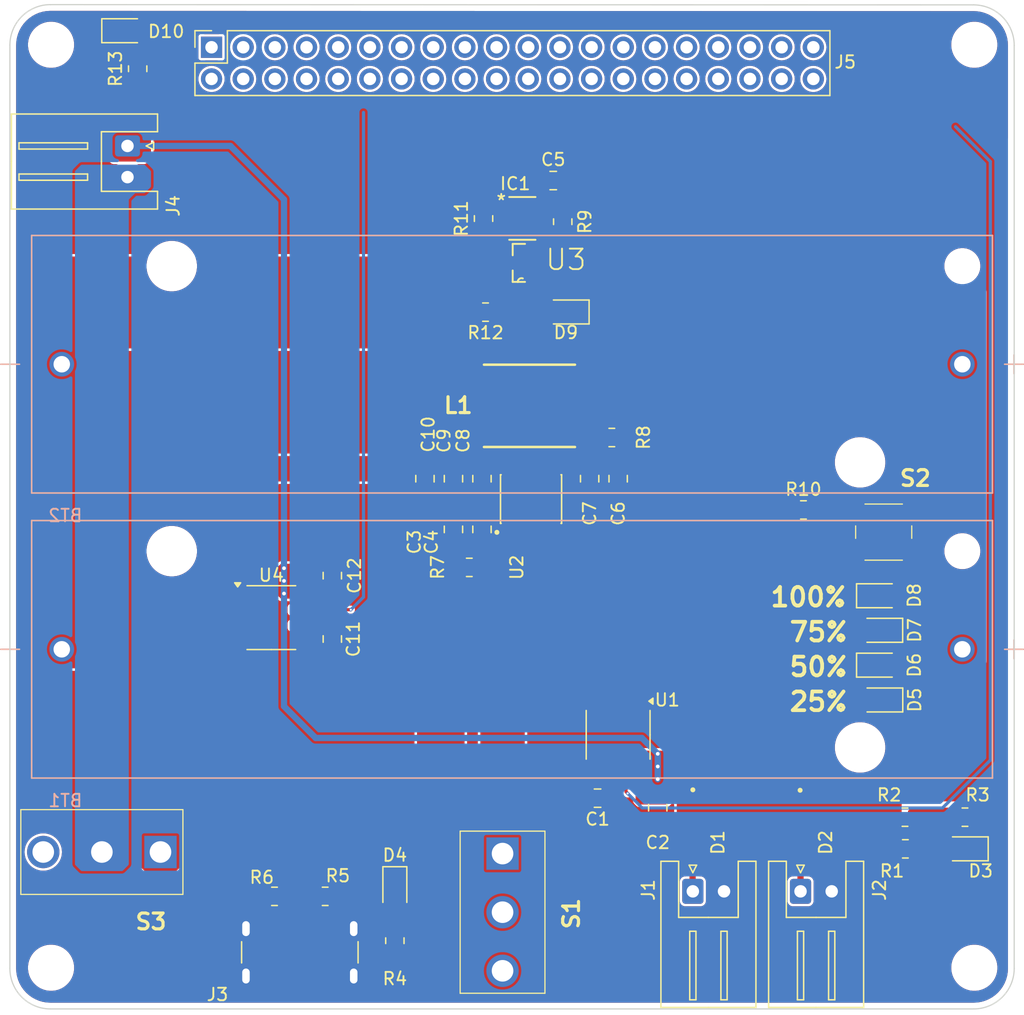
<source format=kicad_pcb>
(kicad_pcb (version 20240108) (generator "pcbnew") (generator_version "8.0")
  (layers (0 "F.Cu" signal) (31 "B.Cu" signal) (34 "B.Paste" user) (35 "F.Paste" user) (36 "B.SilkS" user "B.Silkscreen") (37 "F.SilkS" user "F.Silkscreen") (38 "B.Mask" user) (39 "F.Mask" user) (44 "Edge.Cuts" user))
  (net 0 "")
  (net 1 "GND")
  (net 2 "Net-(IC1-VDD)")
  (net 3 "Net-(IC1-V-)")
  (net 5 "Net-(C3-Pad1)")
  (net 6 "/VOUT")
  (net 7 "Net-(D4-A)")
  (net 8 "Net-(J2-Pin_1)")
  (net 9 "Net-(J1-Pin_1)")
  (net 10 "/VIN")
  (net 11 "+5V")
  (net 12 "Net-(U1-FILTER)")
  (net 13 "Net-(U4-FILTER)")
  (net 14 "Net-(D9-A)")
  (net 15 "Net-(D10-A)")
  (net 16 "Net-(J3-CC1)")
  (net 17 "Net-(J3-CC2)")
  (net 18 "/ANA2")
  (net 19 "Net-(S3-NC)")
  (net 21 "/ANA1")
  (net 22 "/ANA3")
  (net 23 "Net-(U3-D)")
  (net 24 "Net-(C6-Pad1)")
  (net 25 "Net-(D1-PadC)")
  (net 26 "Net-(D3-A)")
  (net 27 "Net-(D5-K)")
  (net 28 "Net-(D5-A)")
  (net 29 "Net-(D7-A)")
  (net 30 "Net-(S1-NO)")
  (net 31 "Net-(U2-SW)")
  (net 32 "Net-(R10-Pad2)")
  (net 33 "Net-(U2-KEY)")
  (net 34 "Net-(S1-NC)")
  (net 37 "+BATT")
  (net 78 "Net-(J4-Pin_2)")
  (net 79 "Net-(IC1-S2)")
  (footprint "Capacitor_SMD:C_0805_2012Metric_Pad1.18x1.45mm_HandSolder" (layer "F.Cu") (at 93.662606 59.857982)
    (property "Reference" "C5")
    (property "Value" "0.1uF" (hide yes))
  )
  (footprint "Capacitor_SMD:C_0805_2012Metric_Pad1.18x1.45mm_HandSolder" (layer "F.Cu") (at 96.583606 83.767982 -90)
    (property "Reference" "C7")
    (property "Value" "22u" (hide yes))
  )
  (footprint "Capacitor_SMD:C_0805_2012Metric_Pad1.18x1.45mm_HandSolder" (layer "F.Cu") (at 75.947606 96.622982 -90)
    (property "Reference" "C11")
    (property "Value" "1n" (hide yes))
  )
  (footprint "Resistor_SMD:R_0805_2012Metric_Pad1.20x1.40mm_HandSolder" (layer "F.Cu") (at 88.074606 62.905982 -90)
    (property "Reference" "R11")
    (property "Value" "1kΩ" (hide yes))
  )
  (footprint "Connector_JST:JST_XH_S2B-XH-A_1x02_P2.50mm_Horizontal" (layer "F.Cu") (at 113.494606 116.859982)
    (property "Reference" "J2")
    (property "Value" "Solar_Panel_2" (hide yes))
  )
  (footprint "Capacitor_SMD:C_0805_2012Metric_Pad1.18x1.45mm_HandSolder" (layer "F.Cu") (at 97.218606 109.387982 180)
    (property "Reference" "C1")
    (property "Value" "1n" (hide yes))
  )
  (footprint "LED_SMD:LED_0805_2012Metric_Pad1.15x1.40mm_HandSolder" (layer "F.Cu") (at 126.682606 113.451982 180)
    (property "Reference" "D3")
    (property "Value" "LED" (hide yes))
  )
  (footprint "LED_SMD:LED_0805_2012Metric_Pad1.15x1.40mm_HandSolder" (layer "F.Cu") (at 119.847106 93.154482)
    (property "Reference" "D8")
    (property "Value" "100% Green" (hide yes))
  )
  (footprint "Resistor_SMD:R_0805_2012Metric_Pad1.20x1.40mm_HandSolder" (layer "F.Cu") (at 75.374606 117.261982)
    (property "Reference" "R5")
    (property "Value" "5k1" (hide yes))
  )
  (footprint "Resistor_SMD:R_0805_2012Metric_Pad1.20x1.40mm_HandSolder" (layer "F.Cu") (at 80.962606 120.817982 90)
    (property "Reference" "R4")
    (property "Value" "1k5" (hide yes))
  )
  (footprint "SPDT Switch:SS12D10L3" (layer "F.Cu") (at 89.598606 113.831982 -90)
    (property "Reference" "S1")
    (property "Value" "USB-Solar Toggle" (hide yes))
  )
  (footprint "IRLML6344TRPBF:SOT95P240X112-3N" (layer "F.Cu") (at 91.122606 66.461982 180)
    (property "Reference" "U3")
    (property "Value" "IRLML6344TRPBF" (hide yes))
  )
  (footprint "LED_SMD:LED_0805_2012Metric_Pad1.15x1.40mm_HandSolder" (layer "F.Cu") (at 119.824606 95.925982 180)
    (property "Reference" "D7")
    (property "Value" "75% Red" (hide yes))
  )
  (footprint "Package_SO:SOIC-8_3.9x4.9mm_P1.27mm" (layer "F.Cu") (at 98.866606 104.307982 -90)
    (property "Reference" "U1")
    (property "Value" "ACS712xLCTR-05B" (hide yes))
  )
  (footprint "Capacitor_SMD:C_0805_2012Metric_Pad1.18x1.45mm_HandSolder" (layer "F.Cu") (at 87.947606 83.767982 -90)
    (property "Reference" "C8")
    (property "Value" "22u" (hide yes))
  )
  (footprint "Capacitor_SMD:C_0805_2012Metric_Pad1.18x1.45mm_HandSolder" (layer "F.Cu") (at 85.661606 87.831982 90)
    (property "Reference" "C3")
    (property "Value" "10u" (hide yes))
  )
  (footprint "SPDT Switch:SS12D10L3" (layer "F.Cu") (at 62.166606 113.705982 180)
    (property "Reference" "S3")
    (property "Value" "Power Switch" (hide yes))
  )
  (footprint "Connector_JST:JST_XH_S2B-XH-A_1x02_P2.50mm_Horizontal" (layer "F.Cu") (at 59.520606 57.083982 -90)
    (property "Reference" "J4")
    (property "Value" "Release Detection" (hide yes))
  )
  (footprint "Capacitor_SMD:C_0805_2012Metric_Pad1.18x1.45mm_HandSolder" (layer "F.Cu") (at 98.869606 83.767982 -90)
    (property "Reference" "C6")
    (property "Value" "22u" (hide yes))
  )
  (footprint "Connector_USB:USB_C_Receptacle_GCT_USB4125-xx-x_6P_TopMnt_Horizontal" (layer "F.Cu") (at 73.342606 122.849982)
    (property "Reference" "J3")
    (property "Value" "USBPwrIn" (hide yes))
  )
  (footprint "LED_SMD:LED_0805_2012Metric_Pad1.15x1.40mm_HandSolder" (layer "F.Cu") (at 94.678606 70.398982 180)
    (property "Reference" "D9")
    (property "Value" "Yellow LED" (hide yes))
  )
  (footprint "IP5306:SOIC9P127_490X600X170L84X42T330X241N" (layer "F.Cu") (at 91.884606 85.401982 90)
    (property "Reference" "U2")
    (property "Value" "IP5306" (hide yes))
  )
  (footprint "Resistor_SMD:R_0805_2012Metric_Pad1.20x1.40mm_HandSolder" (layer "F.Cu") (at 121.872606 110.911982)
    (property "Reference" "R2")
    (property "Value" "7k5" (hide yes))
  )
  (footprint "Capacitor_SMD:C_0805_2012Metric_Pad1.18x1.45mm_HandSolder" (layer "F.Cu") (at 102.044606 110.149982 -90)
    (property "Reference" "C2")
    (property "Value" "0.1u" (hide yes))
  )
  (footprint "LED_SMD:LED_0805_2012Metric_Pad1.15x1.40mm_HandSolder" (layer "F.Cu") (at 119.847106 98.719982)
    (property "Reference" "D6")
    (property "Value" "50% Red" (hide yes))
  )
  (footprint "Capacitor_SMD:C_0805_2012Metric_Pad1.18x1.45mm_HandSolder" (layer "F.Cu") (at 75.947606 91.542982 90)
    (property "Reference" "C12")
    (property "Value" "0.1u" (hide yes))
  )
  (footprint "DFLS130L-7:DIO_DFLS130L-7" (layer "F.Cu") (at 104.838606 111.418982 -90)
    (property "Reference" "D1")
    (property "Value" "DFLS130L-7" (hide yes))
  )
  (footprint "Resistor_SMD:R_0805_2012Metric_Pad1.20x1.40mm_HandSolder" (layer "F.Cu") (at 98.361606 80.465982)
    (property "Reference" "R8")
    (property "Value" "0R5" (hide yes))
  )
  (footprint "Connector_JST:JST_XH_S2B-XH-A_1x02_P2.50mm_Horizontal" (layer "F.Cu") (at 104.858606 116.859982)
    (property "Reference" "J1")
    (property "Value" "Solar_Panel_1" (hide yes))
  )
  (footprint "MountingHole:MountingHole_3.2mm_M3" (layer "F.Cu") (at 127.431824 48.970295)
    (property "Reference" "H4" (hide yes))
    (property "Value" "MountingHole" (hide yes))
  )
  (footprint "LED_SMD:LED_0805_2012Metric_Pad1.15x1.40mm_HandSolder" (layer "F.Cu") (at 119.833606 101.513982 180)
    (property "Reference" "D5")
    (property "Value" "25% Red" (hide yes))
  )
  (footprint "LED_SMD:LED_0805_2012Metric_Pad1.15x1.40mm_HandSolder" (layer "F.Cu") (at 59.321806 47.843782)
    (property "Reference" "D10")
    (property "Value" "LED" (hide yes))
  )
  (footprint "Capacitor_SMD:C_0805_2012Metric_Pad1.18x1.45mm_HandSolder" (layer "F.Cu") (at 83.375606 83.767982 -90)
    (property "Reference" "C10")
    (property "Value" "22u" (hide yes))
  )
  (footprint "DW06D:DW06D_SFE" (layer "F.Cu") (at 91.186 62.894)
    (property "Reference" "IC1")
    (property "Value" "DW06D" (hide yes))
  )
  (footprint "Resistor_SMD:R_0805_2012Metric_Pad1.20x1.40mm_HandSolder" (layer "F.Cu") (at 94.424606 63.159982 90)
    (property "Reference" "R9")
    (property "Value" "100Ω" (hide yes))
  )
  (footprint "Resistor_SMD:R_0805_2012Metric_Pad1.20x1.40mm_HandSolder" (layer "F.Cu") (at 86.931606 90.879982 180)
    (property "Reference" "R7")
    (property "Value" "2R" (hide yes))
  )
  (footprint "MountingHole:MountingHole_3.2mm_M3" (layer "F.Cu") (at 53.392 122.988)
    (property "Reference" "H1" (hide yes))
    (property "Value" "MountingHole" (hide yes))
  )
  (footprint "Resistor_SMD:R_0805_2012Metric_Pad1.20x1.40mm_HandSolder" (layer "F.Cu") (at 113.728606 86.273982)
    (property "Reference" "R10")
    (property "Value" "10k" (hide yes))
  )
  (footprint "Resistor_SMD:R_0805_2012Metric_Pad1.20x1.40mm_HandSolder" (layer "F.Cu") (at 88.233 70.411 180)
    (property "Reference" "R12")
    (property "Value" "100Ω" (hide yes))
  )
  (footprint "Package_SO:SOIC-8_3.9x4.9mm_P1.27mm" (layer "F.Cu") (at 71.056606 94.909982)
    (property "Reference" "U4")
    (property "Value" "ACS712xLCTR-05B" (hide yes))
  )
  (footprint "Capacitor_SMD:C_0805_2012Metric_Pad1.18x1.45mm_HandSolder" (layer "F.Cu") (at 87.947606 87.831982 90)
    (property "Reference" "C4")
    (property "Value" "10u" (hide yes))
  )
  (footprint "Push_Button:PTS647SM50SMTR2LFS" (layer "F.Cu") (at 120.163606 88.051982)
    (property "Reference" "S2")
    (property "Value" "Push-Button" (hide yes))
  )
  (footprint "MountingHole:MountingHole_3.2mm_M3" (layer "F.Cu") (at 127.431824 122.988)
    (property "Reference" "H2" (hide yes))
    (property "Value" "MountingHole" (hide yes))
  )
  (footprint "Resistor_SMD:R_0805_2012Metric_Pad1.20x1.40mm_HandSolder" (layer "F.Cu") (at 121.901606 113.451982)
    (property "Reference" "R1")
    (property "Value" "1k5" (hide yes))
  )
  (footprint "Resistor_SMD:R_0805_2012Metric_Pad1.20x1.40mm_HandSolder" (layer "F.Cu") (at 71.310606 117.261982 180)
    (property "Reference" "R6")
    (property "Value" "5k1" (hide yes))
  )
  (footprint "LED_SMD:LED_0805_2012Metric_Pad1.15x1.40mm_HandSolder" (layer "F.Cu") (at 80.962606 116.744982 -90)
    (property "Reference" "D4")
    (property "Value" "LED" (hide yes))
  )
  (footprint "Resistor_SMD:R_0805_2012Metric_Pad1.20x1.40mm_HandSolder" (layer "F.Cu") (at 126.682606 110.911982)
    (property "Reference" "R3")
    (property "Value" "30k" (hide yes))
  )
  (footprint "Capacitor_SMD:C_0805_2012Metric_Pad1.18x1.45mm_HandSolder" (layer "F.Cu") (at 85.661606 83.767982 -90)
    (property "Reference" "C9")
    (property "Value" "22u" (hide yes))
  )
  (footprint "MCS0630-100MN1:INDPM7366X300N" (layer "F.Cu") (at 91.757606 77.925982)
    (property "Reference" "L1")
    (property "Value" "1uH" (hide yes))
  )
  (footprint "DFLS130L-7:DIO_DFLS130L-7" (layer "F.Cu") (at 113.441106 111.453482 -90)
    (property "Reference" "D2")
    (property "Value" "DFLS130L-7" (hide yes))
  )
  (footprint "Resistor_SMD:R_0805_2012Metric_Pad1.20x1.40mm_HandSolder" (layer "F.Cu") (at 60.337806 50.891782 90)
    (property "Reference" "R13")
    (property "Value" "1k5" (hide yes))
  )
  (footprint "Connector_PinSocket_2.54mm:PinSocket_2x20_P2.54mm_Vertical" (layer "F.Cu") (at 66.260606 49.169982 90)
    (property "Reference" "J5")
    (property "Value" "Conn_02x20_Odd_Even" (hide yes))
  )
  (footprint "MountingHole:MountingHole_3.2mm_M3" (layer "F.Cu") (at 53.392 48.970295)
    (property "Reference" "H3" (hide yes))
    (property "Value" "MountingHole" (hide yes))
  )
  (footprint "1043:BAT_1043" (layer "B.Cu") (at 90.360606 74.589982)
    (property "Reference" "BT2")
    (property "Value" "1043")
  )
  (footprint "1043:BAT_1043" (layer "B.Cu") (at 90.360606 97.449982)
    (property "Reference" "BT1")
    (property "Value" "1043")
  )
  (gr_line (start 127.379824 126.289705) (end 53.34 126.29) (stroke (width 0.1)) (layer "Edge.Cuts"))
  (gr_arc (start 50.091388 49.000258) (mid 51.043292 46.702162) (end 53.341388 45.750258) (stroke (width 0.1)) (layer "Edge.Cuts"))
  (gr_arc (start 130.629824 123.039705) (mid 129.677923 125.337803) (end 127.379824 126.289705) (stroke (width 0.1)) (layer "Edge.Cuts"))
  (gr_line (start 130.629824 49.022) (end 130.629824 123.039705) (stroke (width 0.1)) (layer "Edge.Cuts"))
  (gr_arc (start 53.34 126.29) (mid 51.041904 125.338097) (end 50.09 123.04) (stroke (width 0.1)) (layer "Edge.Cuts"))
  (gr_arc (start 127.379824 45.772) (mid 129.677921 46.723911) (end 130.629824 49.022) (stroke (width 0.1)) (layer "Edge.Cuts"))
  (gr_line (start 53.341388 45.750258) (end 127.379824 45.772) (stroke (width 0.1)) (layer "Edge.Cuts"))
  (gr_line (start 50.091388 49.000258) (end 50.09 123.04) (stroke (width 0.1)) (layer "Edge.Cuts"))
  (gr_text "25%" (at 112.458606 102.529982 0) (layer "F.SilkS") (effects (font (size 1.5 1.5) (thickness 0.3) (bold yes)) (justify left bottom)))
  (gr_text "75%" (at 112.458606 96.941982 0) (layer "F.SilkS") (effects (font (size 1.5 1.5) (thickness 0.3) (bold yes)) (justify left bottom)))
  (gr_text "50%" (at 112.458606 99.735982 0) (layer "F.SilkS") (effects (font (size 1.5 1.5) (thickness 0.3) (bold yes)) (justify left bottom)))
  (gr_text "100%" (at 110.934606 94.147982 0) (layer "F.SilkS") (effects (font (size 1.5 1.5) (thickness 0.3) (bold yes)) (justify left bottom)))
  (segment (start 94.424606 62.159982) (end 94.424606 62.702782) (width 0.25) (layer "F.Cu") (net 2))
  (segment (start 94.700106 59.857982) (end 94.700106 61.884482) (width 0.25) (layer "F.Cu") (net 2))
  (segment (start 94.209424 62.894) (end 92.58935 62.894) (width 0.25) (layer "F.Cu") (net 2))
  (segment (start 94.424606 62.702782) (end 94.221406 62.905982) (width 0.25) (layer "F.Cu") (net 2))
  (segment (start 94.221406 62.905982) (end 94.209424 62.894) (width 0.25) (layer "F.Cu") (net 2))
  (segment (start 94.700106 61.884482) (end 94.424606 62.159982) (width 0.25) (layer "F.Cu") (net 2))
  (segment (start 88.112623 61.943999) (end 88.074606 61.905982) (width 0.25) (layer "F.Cu") (net 3))
  (segment (start 89.78265 61.943999) (end 88.112623 61.943999) (width 0.25) (layer "F.Cu") (net 3))
  (segment (start 85.661606 88.869482) (end 85.661606 90.609982) (width 0.25) (layer "F.Cu") (net 5))
  (segment (start 85.661606 90.609982) (end 85.931606 90.879982) (width 0.25) (layer "F.Cu") (net 5))
  (segment (start 80.962606 117.769982) (end 80.962606 119.817982) (width 0.25) (layer "F.Cu") (net 7))
  (segment (start 113.494606 116.859982) (end 113.494606 113.031982) (width 0.5) (layer "F.Cu") (net 8))
  (segment (start 113.494606 113.031982) (end 113.441106 112.978482) (width 0.5) (layer "F.Cu") (net 8))
  (segment (start 104.838606 112.943982) (end 104.838606 116.839982) (width 0.5) (layer "F.Cu") (net 9))
  (segment (start 104.838606 116.839982) (end 104.858606 116.859982) (width 0.5) (layer "F.Cu") (net 9))
  (via (at 102.044606 107.863982) (size 0.5) (drill 0.3) (layers "F.Cu" "B.Cu") (net 11))
  (via (at 72.072606 91.963582) (size 0.5) (drill 0.3) (layers "F.Cu" "B.Cu") (net 11))
  (via (at 72.072606 90.947582) (size 0.5) (drill 0.3) (layers "F.Cu" "B.Cu") (net 11))
  (via (at 72.072606 92.979582) (size 0.5) (drill 0.3) (layers "F.Cu" "B.Cu") (net 11))
  (via (at 102.044606 105.831982) (size 0.5) (drill 0.3) (layers "F.Cu" "B.Cu") (net 11))
  (via (at 102.044606 106.847982) (size 0.5) (drill 0.3) (layers "F.Cu" "B.Cu") (net 11))
  (segment (start 102.044606 106.847982) (end 102.044606 105.831982) (width 0.5) (layer "B.Cu") (net 11))
  (segment (start 72.072606 90.947582) (end 72.072606 61.381982) (width 0.5) (layer "B.Cu") (net 11))
  (segment (start 72.072606 92.979582) (end 72.072606 102.021982) (width 0.5) (layer "B.Cu") (net 11))
  (segment (start 100.774606 104.561982) (end 102.044606 105.831982) (width 0.5) (layer "B.Cu") (net 11))
  (segment (start 72.072606 102.021982) (end 74.612606 104.561982) (width 0.5) (layer "B.Cu") (net 11))
  (segment (start 72.072606 61.381982) (end 67.774606 57.083982) (width 0.5) (layer "B.Cu") (net 11))
  (segment (start 102.044606 107.863982) (end 102.044606 106.847982) (width 0.5) (layer "B.Cu") (net 11))
  (segment (start 67.774606 57.083982) (end 59.520606 57.083982) (width 0.5) (layer "B.Cu") (net 11))
  (segment (start 72.072606 92.979582) (end 72.072606 91.963582) (width 0.5) (layer "B.Cu") (net 11))
  (segment (start 74.612606 104.561982) (end 100.774606 104.561982) (width 0.5) (layer "B.Cu") (net 11))
  (segment (start 72.072606 91.963582) (end 72.072606 90.947582) (width 0.5) (layer "B.Cu") (net 11))
  (segment (start 98.231606 109.363482) (end 98.256106 109.387982) (width 0.25) (layer "F.Cu") (net 12))
  (segment (start 98.231606 106.782982) (end 98.231606 109.363482) (width 0.25) (layer "F.Cu") (net 12))
  (segment (start 73.531606 95.544982) (end 75.907106 95.544982) (width 0.25) (layer "F.Cu") (net 13))
  (segment (start 75.907106 95.544982) (end 75.947606 95.585482) (width 0.25) (layer "F.Cu") (net 13))
  (segment (start 93.641588 70.411) (end 93.653606 70.398982) (width 0.25) (layer "F.Cu") (net 14))
  (segment (start 89.233 70.411) (end 93.641588 70.411) (width 0.25) (layer "F.Cu") (net 14))
  (segment (start 60.337806 49.891782) (end 60.337806 47.852782) (width 0.25) (layer "F.Cu") (net 15))
  (segment (start 60.337806 47.852782) (end 60.346806 47.843782) (width 0.25) (layer "F.Cu") (net 15))
  (segment (start 72.842606 117.793982) (end 72.310606 117.261982) (width 0.25) (layer "F.Cu") (net 16))
  (segment (start 72.842606 119.769982) (end 72.842606 117.793982) (width 0.25) (layer "F.Cu") (net 16))
  (segment (start 73.842606 119.769982) (end 73.842606 117.793982) (width 0.25) (layer "F.Cu") (net 17))
  (segment (start 73.842606 117.793982) (end 74.374606 117.261982) (width 0.25) (layer "F.Cu") (net 17))
  (segment (start 129.879824 106.714764) (end 129.879824 56.9592) (width 0.25) (layer "F.Cu") (net 18))
  (segment (start 129.879824 56.9592) (end 125.920606 52.999982) (width 0.25) (layer "F.Cu") (net 18))
  (segment (start 125.682606 110.911982) (end 129.879824 106.714764) (width 0.25) (layer "F.Cu") (net 18))
  (segment (start 99.501606 108.876982) (end 99.631606 109.006982) (width 0.25) (layer "F.Cu") (net 21))
  (segment (start 99.501606 106.782982) (end 99.501606 108.876982) (width 0.25) (layer "F.Cu") (net 21))
  (via (at 99.631606 109.006982) (size 0.25) (drill 0.15) (layers "F.Cu" "B.Cu") (net 21))
  (segment (start 128.714606 58.333982) (end 125.920606 55.539982) (width 0.25) (layer "B.Cu") (net 21))
  (segment (start 100.800006 110.175382) (end 101.257206 110.175382) (width 0.25) (layer "B.Cu") (net 21))
  (segment (start 101.257206 110.175382) (end 124.879206 110.175382) (width 0.25) (layer "B.Cu") (net 21))
  (segment (start 99.631606 109.006982) (end 100.800006 110.175382) (width 0.25) (layer "B.Cu") (net 21))
  (segment (start 124.879206 110.175382) (end 128.714606 106.339982) (width 0.25) (layer "B.Cu") (net 21))
  (segment (start 128.714606 106.339982) (end 128.714606 58.333982) (width 0.25) (layer "B.Cu") (net 21))
  (segment (start 73.531606 94.274982) (end 77.432006 94.274982) (width 0.25) (layer "F.Cu") (net 22))
  (via (at 77.432006 94.274982) (size 0.25) (drill 0.15) (layers "F.Cu" "B.Cu") (net 22))
  (segment (start 78.448006 93.258982) (end 78.448006 54.396982) (width 0.25) (layer "B.Cu") (net 22))
  (segment (start 77.432006 94.274982) (end 78.448006 93.258982) (width 0.25) (layer "B.Cu") (net 22))
  (segment (start 99.361606 82.238482) (end 99.361606 80.465982) (width 0.25) (layer "F.Cu") (net 24))
  (segment (start 98.869606 82.730482) (end 99.361606 82.238482) (width 0.25) (layer "F.Cu") (net 24))
  (segment (start 122.901606 113.451982) (end 125.657606 113.451982) (width 0.5) (layer "F.Cu") (net 26))
  (segment (start 120.872106 91.893482) (end 120.872106 93.154482) (width 0.25) (layer "F.Cu") (net 27))
  (segment (start 120.872106 98.719982) (end 120.872106 101.500482) (width 0.25) (layer "F.Cu") (net 27))
  (segment (start 120.849606 98.697482) (end 120.872106 98.719982) (width 0.25) (layer "F.Cu") (net 27))
  (segment (start 120.872106 101.500482) (end 120.858606 101.513982) (width 0.25) (layer "F.Cu") (net 27))
  (segment (start 96.202606 91.353982) (end 120.332606 91.353982) (width 0.25) (layer "F.Cu") (net 27))
  (segment (start 120.332606 91.353982) (end 120.872106 91.893482) (width 0.25) (layer "F.Cu") (net 27))
  (segment (start 120.872106 95.903482) (end 120.849606 95.925982) (width 0.25) (layer "F.Cu") (net 27))
  (segment (start 93.789606 87.831982) (end 93.789606 88.940982) (width 0.25) (layer "F.Cu") (net 27))
  (segment (start 120.872106 93.154482) (end 120.872106 95.903482) (width 0.25) (layer "F.Cu") (net 27))
  (segment (start 120.849606 95.925982) (end 120.849606 98.697482) (width 0.25) (layer "F.Cu") (net 27))
  (segment (start 93.789606 88.940982) (end 96.202606 91.353982) (width 0.25) (layer "F.Cu") (net 27))
  (segment (start 118.808606 98.733482) (end 118.822106 98.719982) (width 0.25) (layer "F.Cu") (net 28))
  (segment (start 118.554606 97.449982) (end 118.822106 97.717482) (width 0.25) (layer "F.Cu") (net 28))
  (segment (start 118.808606 101.513982) (end 118.808606 98.733482) (width 0.25) (layer "F.Cu") (net 28))
  (segment (start 99.995107 97.449982) (end 118.554606 97.449982) (width 0.25) (layer "F.Cu") (net 28))
  (segment (start 118.822106 97.717482) (end 118.822106 98.719982) (width 0.25) (layer "F.Cu") (net 28))
  (segment (start 91.249606 88.704481) (end 99.995107 97.449982) (width 0.25) (layer "F.Cu") (net 28))
  (segment (start 91.249606 87.941982) (end 91.249606 88.704481) (width 0.25) (layer "F.Cu") (net 28))
  (segment (start 118.554606 92.115982) (end 118.822106 92.383482) (width 0.25) (layer "F.Cu") (net 29))
  (segment (start 92.519606 87.831982) (end 92.519606 88.856981) (width 0.25) (layer "F.Cu") (net 29))
  (segment (start 92.519606 88.856981) (end 95.778607 92.115982) (width 0.25) (layer "F.Cu") (net 29))
  (segment (start 118.822106 95.903482) (end 118.799606 95.925982) (width 0.25) (layer "F.Cu") (net 29))
  (segment (start 118.822106 93.154482) (end 118.822106 95.903482) (width 0.25) (layer "F.Cu") (net 29))
  (segment (start 118.822106 92.383482) (end 118.822106 93.154482) (width 0.25) (layer "F.Cu") (net 29))
  (segment (start 95.778607 92.115982) (end 118.554606 92.115982) (width 0.25) (layer "F.Cu") (net 29))
  (segment (start 117.360606 86.273982) (end 117.538606 86.451982) (width 0.25) (layer "F.Cu") (net 32))
  (segment (start 114.728606 86.273982) (end 117.360606 86.273982) (width 0.25) (layer "F.Cu") (net 32))
  (segment (start 94.170606 83.352982) (end 94.170606 84.749982) (width 0.25) (layer "F.Cu") (net 33))
  (segment (start 94.170606 84.749982) (end 95.694606 86.273982) (width 0.25) (layer "F.Cu") (net 33))
  (segment (start 93.789606 82.971982) (end 93.789606 83.352982) (width 0.25) (layer "F.Cu") (net 33))
  (segment (start 95.694606 86.273982) (end 112.728606 86.273982) (width 0.25) (layer "F.Cu") (net 33))
  (segment (start 93.789606 82.971982) (end 94.170606 83.352982) (width 0.25) (layer "F.Cu") (net 33))
  (segment (start 90.5089 63.844001) (end 91.122606 63.230295) (width 0.25) (layer "F.Cu") (net 79))
  (segment (start 89.78265 64.842626) (end 90.462206 65.522182) (width 0.25) (layer "F.Cu") (net 79))
  (segment (start 91.833806 61.940782) (end 91.837023 61.943999) (width 0.25) (layer "F.Cu") (net 79))
  (segment (start 92.625106 59.857982) (end 92.625106 61.908243) (width 0.25) (layer "F.Cu") (net 79))
  (segment (start 90.462206 65.522182) (end 92.214806 65.522182) (width 0.25) (layer "F.Cu") (net 79))
  (segment (start 91.122606 62.397982) (end 91.579806 61.940782) (width 0.25) (layer "F.Cu") (net 79))
  (segment (start 91.122606 63.230295) (end 91.122606 62.397982) (width 0.25) (layer "F.Cu") (net 79))
  (segment (start 89.78265 63.844001) (end 89.78265 64.842626) (width 0.25) (layer "F.Cu") (net 79))
  (segment (start 92.625106 61.908243) (end 92.58935 61.943999) (width 0.25) (layer "F.Cu") (net 79))
  (segment (start 91.837023 61.943999) (end 92.58935 61.943999) (width 0.25) (layer "F.Cu") (net 79))
  (segment (start 89.78265 63.844001) (end 90.5089 63.844001) (width 0.25) (layer "F.Cu") (net 79))
  (segment (start 91.579806 61.940782) (end 91.833806 61.940782) (width 0.25) (layer "F.Cu") (net 79))
  (zone (net 11) (net_name "+5V") (layer "F.Cu") (priority 13) (connect_pads yes (clearance 0.15)) (min_thickness 0.25) (fill yes (thermal_gap 0.5) (thermal_bridge_width 0.5))
    (polygon (pts (xy 76.644606 91.861982) (xy 76.898606 92.115982) (xy 76.898606 93.131982) (xy 76.644606 93.385982) (xy 71.818606 93.385982) (xy 71.564606 93.131982) (xy 71.564606 90.845982) (xy 71.818606 90.591982) (xy 74.358606 90.591982) (xy 74.612606 90.845982) (xy 74.612606 91.607982) (xy 74.866606 91.861982)))
  )
  (zone (net 30) (net_name "Net-(S1-NO)") (layer "F.Cu") (priority 3) (connect_pads yes (clearance 0.15)) (min_thickness 0.25) (fill yes (thermal_gap 0.5) (thermal_bridge_width 0.5))
    (polygon (pts (xy 91.122606 121.071982) (xy 91.376606 121.325982) (xy 91.376606 124.881982) (xy 91.122606 125.135982) (xy 80.200606 125.135982) (xy 79.946606 124.881982) (xy 79.946606 122.595982) (xy 79.692606 122.341982) (xy 71.564606 122.341982) (xy 71.310606 122.087982) (xy 71.310606 119.293982) (xy 71.564606 119.039982) (xy 72.072606 119.039982) (xy 72.326606 119.293982) (xy 72.326606 120.817982) (xy 72.580606 121.071982) (xy 74.104606 121.071982) (xy 74.358606 120.817982) (xy 74.358606 119.293982) (xy 74.612606 119.039982) (xy 75.120606 119.039982) (xy 75.374606 119.293982) (xy 75.374606 120.817982) (xy 75.628606 121.071982) (xy 80.200606 121.071982)))
  )
  (zone (net 11) (net_name "+5V") (layer "F.Cu") (priority 12) (connect_pads yes (clearance 0.15)) (min_thickness 0.25) (fill yes (thermal_gap 0.5) (thermal_bridge_width 0.5))
    (polygon (pts (xy 60.896606 58.333982) (xy 61.404606 57.825982) (xy 61.404606 52.745982) (xy 61.912606 52.237982) (xy 63.944606 52.237982) (xy 64.452606 51.729982) (xy 64.452606 50.967982) (xy 64.986006 50.459982) (xy 69.532606 50.459982) (xy 70.040606 49.951982) (xy 70.040606 48.427982) (xy 69.532606 47.919982) (xy 61.912606 47.919982) (xy 61.404606 48.427982) (xy 61.404606 50.713982) (xy 60.896606 51.221982) (xy 58.356606 51.221982) (xy 57.848606 51.729982) (xy 57.848606 57.825982) (xy 58.356606 58.333982)))
  )
  (zone (net 10) (net_name "/VIN") (layer "F.Cu") (priority 6) (connect_pads yes (clearance 0.15)) (min_thickness 0.25) (fill yes (thermal_gap 0.5) (thermal_bridge_width 0.5))
    (polygon (pts (xy 91.122606 116.499982) (xy 91.376606 116.753982) (xy 91.376606 120.309982) (xy 91.122606 120.563982) (xy 82.994606 120.563982) (xy 82.740606 120.309982) (xy 82.740606 87.797982) (xy 82.994606 87.543982) (xy 89.090606 87.543982) (xy 89.598606 87.035982) (xy 90.360606 87.035982) (xy 90.614606 87.289982) (xy 90.614606 92.115982) (xy 90.360606 92.369982) (xy 86.804606 92.369982) (xy 86.550606 92.623982) (xy 86.550606 116.245982) (xy 86.804606 116.499982)))
  )
  (zone (net 25) (net_name "Net-(D1-PadC)") (layer "F.Cu") (priority 1) (connect_pads yes (clearance 0.15)) (min_thickness 0.25) (fill yes (thermal_gap 0.5) (thermal_bridge_width 0.5))
    (polygon (pts (xy 120.078606 113.959982) (xy 120.332606 114.213982) (xy 121.348606 114.213982) (xy 121.602606 113.959982) (xy 121.602606 109.133982) (xy 121.348606 108.879982) (xy 105.854606 108.879982) (xy 105.600606 108.625982) (xy 105.600606 101.005982) (xy 105.346606 100.751982) (xy 99.250606 100.751982) (xy 98.996606 101.005982) (xy 98.996606 102.783982) (xy 99.250606 103.037982) (xy 103.314606 103.037982) (xy 103.568606 103.291982) (xy 103.568606 108.625982) (xy 103.568606 111.927982) (xy 103.822606 112.181982) (xy 119.824606 112.181982) (xy 120.078606 112.435982)))
  )
  (zone (net 34) (net_name "Net-(S1-NC)") (layer "F.Cu") (priority 2) (connect_pads yes (clearance 0.15)) (min_thickness 0.25) (fill yes (thermal_gap 0.5) (thermal_bridge_width 0.5))
    (polygon (pts (xy 98.742606 101.005982) (xy 98.488606 100.751982) (xy 88.074606 100.751982) (xy 87.820606 101.005982) (xy 87.820606 115.737982) (xy 88.074606 115.991982) (xy 91.122606 115.991982) (xy 91.376606 115.737982) (xy 91.376606 103.291982) (xy 91.630606 103.037982) (xy 98.488606 103.037982) (xy 98.742606 102.783982)))
  )
  (zone (net 19) (net_name "Net-(S3-NC)") (layer "F.Cu") (priority 8) (connect_pads yes (clearance 0.15)) (min_thickness 0.25) (fill yes (thermal_gap 0.5) (thermal_bridge_width 0.5))
    (polygon (pts (xy 70.802606 95.163982) (xy 71.056606 95.417982) (xy 71.056606 98.211982) (xy 70.802606 98.465982) (xy 64.198606 98.465982) (xy 63.944606 98.719982) (xy 63.944606 114.721982) (xy 63.436606 115.229982) (xy 60.896606 115.229982) (xy 60.388606 114.721982) (xy 60.388606 95.417982) (xy 60.642606 95.163982)))
  )
  (zone (net 37) (net_name "+BATT") (layer "F.Cu") (priority 5) (connect_pads yes (clearance 0.15)) (min_thickness 0.25) (fill yes (thermal_gap 0.5) (thermal_bridge_width 0.5))
    (polygon (pts (xy 124.650606 98.465982) (xy 125.158606 98.973982) (xy 127.698606 98.973982) (xy 128.206606 98.465982) (xy 128.206606 68.747982) (xy 127.698606 68.239982) (xy 100.520606 68.239982) (xy 100.012606 67.731982) (xy 100.012606 63.921982) (xy 99.504606 63.413982) (xy 93.916606 63.413982) (xy 93.408606 63.921982) (xy 93.408606 66.461982) (xy 92.900606 66.969982) (xy 91.376606 66.969982) (xy 91.122606 67.223982) (xy 91.122606 67.731982) (xy 91.376606 67.985982) (xy 93.916606 67.985982) (xy 94.424606 68.493982) (xy 94.424606 75.859982) (xy 94.170606 76.113982) (xy 93.408606 76.113982) (xy 93.154606 76.367982) (xy 93.154606 80.685982) (xy 92.138606 81.955982) (xy 92.138606 83.479982) (xy 92.392606 83.733982) (xy 124.142606 83.733982) (xy 124.650606 84.241982)))
  )
  (zone (net 31) (net_name "Net-(U2-SW)") (layer "F.Cu") (priority 4) (connect_pads yes (clearance 0.15)) (min_thickness 0.25) (fill yes (thermal_gap 0.5) (thermal_bridge_width 0.5))
    (polygon (pts (xy 90.868606 83.454582) (xy 91.122606 83.733982) (xy 91.376606 83.733982) (xy 91.630606 83.479982) (xy 91.630606 81.955982) (xy 90.106606 79.644582) (xy 90.106606 79.644582) (xy 90.106606 76.367982) (xy 89.852606 76.113982) (xy 87.566606 76.113982) (xy 87.312606 76.367982) (xy 87.312606 79.415982) (xy 87.312606 79.415982) (xy 90.868606 81.955982)))
  )
  (zone (net 11) (net_name "+5V") (layer "F.Cu") (priority 10) (connect_pads yes (clearance 0.15)) (min_thickness 0.25) (fill yes (thermal_gap 0.5) (thermal_bridge_width 0.5))
    (polygon (pts (xy 100.520606 105.577982) (xy 100.266606 105.831982) (xy 100.266606 109.641982) (xy 100.520606 109.895982) (xy 102.806606 109.895982) (xy 103.060606 109.641982) (xy 103.060606 105.831982) (xy 102.806606 105.577982)))
  )
  (zone (net 23) (net_name "Net-(U3-D)") (layer "F.Cu") (priority 9) (connect_pads yes (clearance 0.15)) (min_thickness 0.25) (fill yes (thermal_gap 0.5) (thermal_bridge_width 0.5))
    (polygon (pts (xy 52.260606 98.465982) (xy 52.768606 98.973982) (xy 55.816606 98.973982) (xy 56.324606 98.465982) (xy 56.324606 73.827982) (xy 56.832606 73.319982) (xy 90.360606 73.319982) (xy 90.868606 72.811982) (xy 90.868606 66.207982) (xy 90.614606 65.953982) (xy 52.768606 65.953982) (xy 52.260606 66.461982)))
  )
  (zone (net 6) (net_name "/VOUT") (layer "F.Cu") (priority 7) (connect_pads yes (clearance 0.15)) (min_thickness 0.25) (fill yes (thermal_gap 0.5) (thermal_bridge_width 0.5))
    (polygon (pts (xy 90.106606 81.955982) (xy 90.360606 82.209982) (xy 90.360606 83.733982) (xy 90.106606 83.987982) (xy 71.564606 83.987982) (xy 71.056606 84.495982) (xy 71.056606 94.401982) (xy 70.802606 94.655982) (xy 67.500606 94.655982) (xy 67.246606 94.401982) (xy 67.272006 82.463982) (xy 67.780006 81.955982)))
  )
  (zone (net 18) (net_name "/ANA2") (layer "F.Cu") (connect_pads yes (clearance 0.5)) (min_thickness 0.25) (fill yes (thermal_gap 0.5) (thermal_bridge_width 0.5))
    (polygon (pts (xy 122.364606 110.149982) (xy 122.110606 110.403982) (xy 122.110606 111.419982) (xy 122.364606 111.673982) (xy 126.174606 111.673982) (xy 126.428606 111.419982) (xy 126.428606 110.403982) (xy 126.174606 110.149982)))
  )
  (zone (net 1) (net_name "GND") (layers "F&B.Cu") (connect_pads yes (clearance 0.15)) (min_thickness 0.25) (fill yes (thermal_gap 0.5) (thermal_bridge_width 0.5))
    (polygon (pts (xy 49.720606 126.659982) (xy 131.000606 126.659982) (xy 131.000606 45.379982) (xy 49.720606 45.379982)))
  )
  (zone (net 78) (net_name "Net-(J4-Pin_2)") (layer "B.Cu") (priority 11) (connect_pads yes (clearance 0.15)) (min_thickness 0.25) (fill yes (thermal_gap 0.5) (thermal_bridge_width 0.5))
    (polygon (pts (xy 59.626606 114.721982) (xy 59.118606 115.229982) (xy 55.816606 115.229982) (xy 55.308606 114.721982) (xy 55.308606 59.095982) (xy 55.816606 58.587982) (xy 60.896606 58.587982) (xy 61.404606 59.095982) (xy 61.404606 60.365982) (xy 60.896606 60.873982) (xy 60.134606 60.873982) (xy 59.626606 61.381982)))
  )
)
</source>
